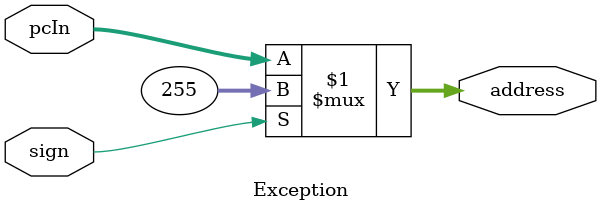
<source format=v>
`timescale 1ns / 1ps


module Exception(
    input [31:0] pcIn,
    input [0:0] sign,
    output [31:0] address
    );
    assign address=sign?32'hff:pcIn;
endmodule

</source>
